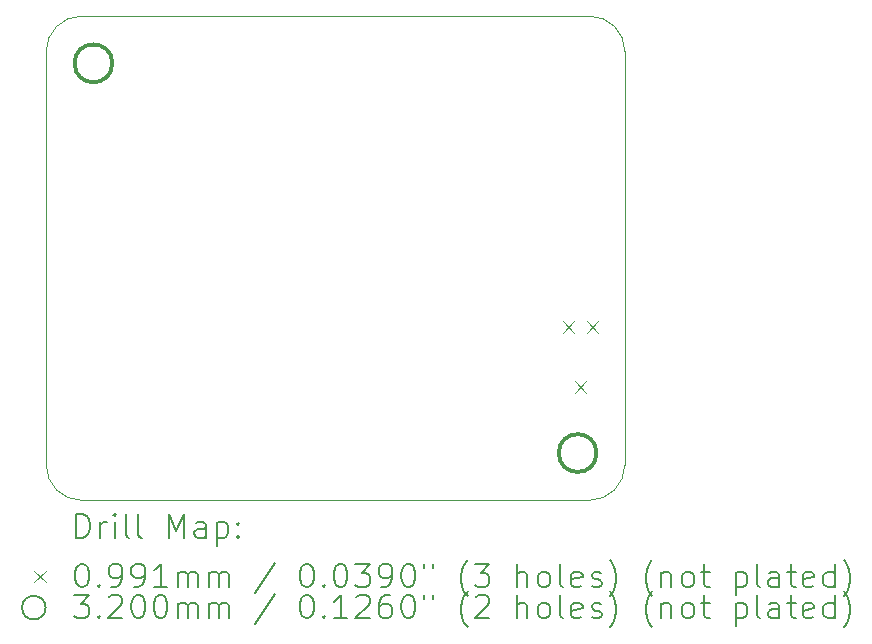
<source format=gbr>
%TF.GenerationSoftware,KiCad,Pcbnew,8.0.2*%
%TF.CreationDate,2025-01-25T00:30:23-07:00*%
%TF.ProjectId,sdm25wheel,73646d32-3577-4686-9565-6c2e6b696361,v1.1*%
%TF.SameCoordinates,Original*%
%TF.FileFunction,Drillmap*%
%TF.FilePolarity,Positive*%
%FSLAX45Y45*%
G04 Gerber Fmt 4.5, Leading zero omitted, Abs format (unit mm)*
G04 Created by KiCad (PCBNEW 8.0.2) date 2025-01-25 00:30:23*
%MOMM*%
%LPD*%
G01*
G04 APERTURE LIST*
%ADD10C,0.100000*%
%ADD11C,0.200000*%
%ADD12C,0.320000*%
G04 APERTURE END LIST*
D10*
X15400000Y-7500000D02*
X19700000Y-7500000D01*
X20000000Y-11300000D02*
G75*
G02*
X19700000Y-11600000I-300000J0D01*
G01*
X15100000Y-7800000D02*
G75*
G02*
X15400000Y-7500000I300000J0D01*
G01*
X19700000Y-7500000D02*
G75*
G02*
X20000000Y-7800000I0J-300000D01*
G01*
X20000000Y-7800000D02*
X20000000Y-11300000D01*
X15400000Y-11600000D02*
X19700000Y-11600000D01*
X15400000Y-11600000D02*
G75*
G02*
X15100000Y-11300000I0J300000D01*
G01*
X15100000Y-7800000D02*
X15100000Y-11300000D01*
D11*
D10*
X19472370Y-10083470D02*
X19571430Y-10182530D01*
X19571430Y-10083470D02*
X19472370Y-10182530D01*
X19573970Y-10591470D02*
X19673030Y-10690530D01*
X19673030Y-10591470D02*
X19573970Y-10690530D01*
X19675570Y-10083470D02*
X19774630Y-10182530D01*
X19774630Y-10083470D02*
X19675570Y-10182530D01*
D12*
X15660000Y-7900000D02*
G75*
G02*
X15340000Y-7900000I-160000J0D01*
G01*
X15340000Y-7900000D02*
G75*
G02*
X15660000Y-7900000I160000J0D01*
G01*
X19760000Y-11200000D02*
G75*
G02*
X19440000Y-11200000I-160000J0D01*
G01*
X19440000Y-11200000D02*
G75*
G02*
X19760000Y-11200000I160000J0D01*
G01*
D11*
X15355777Y-11916484D02*
X15355777Y-11716484D01*
X15355777Y-11716484D02*
X15403396Y-11716484D01*
X15403396Y-11716484D02*
X15431967Y-11726008D01*
X15431967Y-11726008D02*
X15451015Y-11745055D01*
X15451015Y-11745055D02*
X15460539Y-11764103D01*
X15460539Y-11764103D02*
X15470062Y-11802198D01*
X15470062Y-11802198D02*
X15470062Y-11830769D01*
X15470062Y-11830769D02*
X15460539Y-11868865D01*
X15460539Y-11868865D02*
X15451015Y-11887912D01*
X15451015Y-11887912D02*
X15431967Y-11906960D01*
X15431967Y-11906960D02*
X15403396Y-11916484D01*
X15403396Y-11916484D02*
X15355777Y-11916484D01*
X15555777Y-11916484D02*
X15555777Y-11783150D01*
X15555777Y-11821246D02*
X15565301Y-11802198D01*
X15565301Y-11802198D02*
X15574824Y-11792674D01*
X15574824Y-11792674D02*
X15593872Y-11783150D01*
X15593872Y-11783150D02*
X15612920Y-11783150D01*
X15679586Y-11916484D02*
X15679586Y-11783150D01*
X15679586Y-11716484D02*
X15670062Y-11726008D01*
X15670062Y-11726008D02*
X15679586Y-11735531D01*
X15679586Y-11735531D02*
X15689110Y-11726008D01*
X15689110Y-11726008D02*
X15679586Y-11716484D01*
X15679586Y-11716484D02*
X15679586Y-11735531D01*
X15803396Y-11916484D02*
X15784348Y-11906960D01*
X15784348Y-11906960D02*
X15774824Y-11887912D01*
X15774824Y-11887912D02*
X15774824Y-11716484D01*
X15908158Y-11916484D02*
X15889110Y-11906960D01*
X15889110Y-11906960D02*
X15879586Y-11887912D01*
X15879586Y-11887912D02*
X15879586Y-11716484D01*
X16136729Y-11916484D02*
X16136729Y-11716484D01*
X16136729Y-11716484D02*
X16203396Y-11859341D01*
X16203396Y-11859341D02*
X16270062Y-11716484D01*
X16270062Y-11716484D02*
X16270062Y-11916484D01*
X16451015Y-11916484D02*
X16451015Y-11811722D01*
X16451015Y-11811722D02*
X16441491Y-11792674D01*
X16441491Y-11792674D02*
X16422443Y-11783150D01*
X16422443Y-11783150D02*
X16384348Y-11783150D01*
X16384348Y-11783150D02*
X16365301Y-11792674D01*
X16451015Y-11906960D02*
X16431967Y-11916484D01*
X16431967Y-11916484D02*
X16384348Y-11916484D01*
X16384348Y-11916484D02*
X16365301Y-11906960D01*
X16365301Y-11906960D02*
X16355777Y-11887912D01*
X16355777Y-11887912D02*
X16355777Y-11868865D01*
X16355777Y-11868865D02*
X16365301Y-11849817D01*
X16365301Y-11849817D02*
X16384348Y-11840293D01*
X16384348Y-11840293D02*
X16431967Y-11840293D01*
X16431967Y-11840293D02*
X16451015Y-11830769D01*
X16546253Y-11783150D02*
X16546253Y-11983150D01*
X16546253Y-11792674D02*
X16565301Y-11783150D01*
X16565301Y-11783150D02*
X16603396Y-11783150D01*
X16603396Y-11783150D02*
X16622443Y-11792674D01*
X16622443Y-11792674D02*
X16631967Y-11802198D01*
X16631967Y-11802198D02*
X16641491Y-11821246D01*
X16641491Y-11821246D02*
X16641491Y-11878388D01*
X16641491Y-11878388D02*
X16631967Y-11897436D01*
X16631967Y-11897436D02*
X16622443Y-11906960D01*
X16622443Y-11906960D02*
X16603396Y-11916484D01*
X16603396Y-11916484D02*
X16565301Y-11916484D01*
X16565301Y-11916484D02*
X16546253Y-11906960D01*
X16727205Y-11897436D02*
X16736729Y-11906960D01*
X16736729Y-11906960D02*
X16727205Y-11916484D01*
X16727205Y-11916484D02*
X16717682Y-11906960D01*
X16717682Y-11906960D02*
X16727205Y-11897436D01*
X16727205Y-11897436D02*
X16727205Y-11916484D01*
X16727205Y-11792674D02*
X16736729Y-11802198D01*
X16736729Y-11802198D02*
X16727205Y-11811722D01*
X16727205Y-11811722D02*
X16717682Y-11802198D01*
X16717682Y-11802198D02*
X16727205Y-11792674D01*
X16727205Y-11792674D02*
X16727205Y-11811722D01*
D10*
X14995940Y-12195470D02*
X15095000Y-12294530D01*
X15095000Y-12195470D02*
X14995940Y-12294530D01*
D11*
X15393872Y-12136484D02*
X15412920Y-12136484D01*
X15412920Y-12136484D02*
X15431967Y-12146008D01*
X15431967Y-12146008D02*
X15441491Y-12155531D01*
X15441491Y-12155531D02*
X15451015Y-12174579D01*
X15451015Y-12174579D02*
X15460539Y-12212674D01*
X15460539Y-12212674D02*
X15460539Y-12260293D01*
X15460539Y-12260293D02*
X15451015Y-12298388D01*
X15451015Y-12298388D02*
X15441491Y-12317436D01*
X15441491Y-12317436D02*
X15431967Y-12326960D01*
X15431967Y-12326960D02*
X15412920Y-12336484D01*
X15412920Y-12336484D02*
X15393872Y-12336484D01*
X15393872Y-12336484D02*
X15374824Y-12326960D01*
X15374824Y-12326960D02*
X15365301Y-12317436D01*
X15365301Y-12317436D02*
X15355777Y-12298388D01*
X15355777Y-12298388D02*
X15346253Y-12260293D01*
X15346253Y-12260293D02*
X15346253Y-12212674D01*
X15346253Y-12212674D02*
X15355777Y-12174579D01*
X15355777Y-12174579D02*
X15365301Y-12155531D01*
X15365301Y-12155531D02*
X15374824Y-12146008D01*
X15374824Y-12146008D02*
X15393872Y-12136484D01*
X15546253Y-12317436D02*
X15555777Y-12326960D01*
X15555777Y-12326960D02*
X15546253Y-12336484D01*
X15546253Y-12336484D02*
X15536729Y-12326960D01*
X15536729Y-12326960D02*
X15546253Y-12317436D01*
X15546253Y-12317436D02*
X15546253Y-12336484D01*
X15651015Y-12336484D02*
X15689110Y-12336484D01*
X15689110Y-12336484D02*
X15708158Y-12326960D01*
X15708158Y-12326960D02*
X15717682Y-12317436D01*
X15717682Y-12317436D02*
X15736729Y-12288865D01*
X15736729Y-12288865D02*
X15746253Y-12250769D01*
X15746253Y-12250769D02*
X15746253Y-12174579D01*
X15746253Y-12174579D02*
X15736729Y-12155531D01*
X15736729Y-12155531D02*
X15727205Y-12146008D01*
X15727205Y-12146008D02*
X15708158Y-12136484D01*
X15708158Y-12136484D02*
X15670062Y-12136484D01*
X15670062Y-12136484D02*
X15651015Y-12146008D01*
X15651015Y-12146008D02*
X15641491Y-12155531D01*
X15641491Y-12155531D02*
X15631967Y-12174579D01*
X15631967Y-12174579D02*
X15631967Y-12222198D01*
X15631967Y-12222198D02*
X15641491Y-12241246D01*
X15641491Y-12241246D02*
X15651015Y-12250769D01*
X15651015Y-12250769D02*
X15670062Y-12260293D01*
X15670062Y-12260293D02*
X15708158Y-12260293D01*
X15708158Y-12260293D02*
X15727205Y-12250769D01*
X15727205Y-12250769D02*
X15736729Y-12241246D01*
X15736729Y-12241246D02*
X15746253Y-12222198D01*
X15841491Y-12336484D02*
X15879586Y-12336484D01*
X15879586Y-12336484D02*
X15898634Y-12326960D01*
X15898634Y-12326960D02*
X15908158Y-12317436D01*
X15908158Y-12317436D02*
X15927205Y-12288865D01*
X15927205Y-12288865D02*
X15936729Y-12250769D01*
X15936729Y-12250769D02*
X15936729Y-12174579D01*
X15936729Y-12174579D02*
X15927205Y-12155531D01*
X15927205Y-12155531D02*
X15917682Y-12146008D01*
X15917682Y-12146008D02*
X15898634Y-12136484D01*
X15898634Y-12136484D02*
X15860539Y-12136484D01*
X15860539Y-12136484D02*
X15841491Y-12146008D01*
X15841491Y-12146008D02*
X15831967Y-12155531D01*
X15831967Y-12155531D02*
X15822443Y-12174579D01*
X15822443Y-12174579D02*
X15822443Y-12222198D01*
X15822443Y-12222198D02*
X15831967Y-12241246D01*
X15831967Y-12241246D02*
X15841491Y-12250769D01*
X15841491Y-12250769D02*
X15860539Y-12260293D01*
X15860539Y-12260293D02*
X15898634Y-12260293D01*
X15898634Y-12260293D02*
X15917682Y-12250769D01*
X15917682Y-12250769D02*
X15927205Y-12241246D01*
X15927205Y-12241246D02*
X15936729Y-12222198D01*
X16127205Y-12336484D02*
X16012920Y-12336484D01*
X16070062Y-12336484D02*
X16070062Y-12136484D01*
X16070062Y-12136484D02*
X16051015Y-12165055D01*
X16051015Y-12165055D02*
X16031967Y-12184103D01*
X16031967Y-12184103D02*
X16012920Y-12193627D01*
X16212920Y-12336484D02*
X16212920Y-12203150D01*
X16212920Y-12222198D02*
X16222443Y-12212674D01*
X16222443Y-12212674D02*
X16241491Y-12203150D01*
X16241491Y-12203150D02*
X16270063Y-12203150D01*
X16270063Y-12203150D02*
X16289110Y-12212674D01*
X16289110Y-12212674D02*
X16298634Y-12231722D01*
X16298634Y-12231722D02*
X16298634Y-12336484D01*
X16298634Y-12231722D02*
X16308158Y-12212674D01*
X16308158Y-12212674D02*
X16327205Y-12203150D01*
X16327205Y-12203150D02*
X16355777Y-12203150D01*
X16355777Y-12203150D02*
X16374824Y-12212674D01*
X16374824Y-12212674D02*
X16384348Y-12231722D01*
X16384348Y-12231722D02*
X16384348Y-12336484D01*
X16479586Y-12336484D02*
X16479586Y-12203150D01*
X16479586Y-12222198D02*
X16489110Y-12212674D01*
X16489110Y-12212674D02*
X16508158Y-12203150D01*
X16508158Y-12203150D02*
X16536729Y-12203150D01*
X16536729Y-12203150D02*
X16555777Y-12212674D01*
X16555777Y-12212674D02*
X16565301Y-12231722D01*
X16565301Y-12231722D02*
X16565301Y-12336484D01*
X16565301Y-12231722D02*
X16574824Y-12212674D01*
X16574824Y-12212674D02*
X16593872Y-12203150D01*
X16593872Y-12203150D02*
X16622443Y-12203150D01*
X16622443Y-12203150D02*
X16641491Y-12212674D01*
X16641491Y-12212674D02*
X16651015Y-12231722D01*
X16651015Y-12231722D02*
X16651015Y-12336484D01*
X17041491Y-12126960D02*
X16870063Y-12384103D01*
X17298634Y-12136484D02*
X17317682Y-12136484D01*
X17317682Y-12136484D02*
X17336729Y-12146008D01*
X17336729Y-12146008D02*
X17346253Y-12155531D01*
X17346253Y-12155531D02*
X17355777Y-12174579D01*
X17355777Y-12174579D02*
X17365301Y-12212674D01*
X17365301Y-12212674D02*
X17365301Y-12260293D01*
X17365301Y-12260293D02*
X17355777Y-12298388D01*
X17355777Y-12298388D02*
X17346253Y-12317436D01*
X17346253Y-12317436D02*
X17336729Y-12326960D01*
X17336729Y-12326960D02*
X17317682Y-12336484D01*
X17317682Y-12336484D02*
X17298634Y-12336484D01*
X17298634Y-12336484D02*
X17279587Y-12326960D01*
X17279587Y-12326960D02*
X17270063Y-12317436D01*
X17270063Y-12317436D02*
X17260539Y-12298388D01*
X17260539Y-12298388D02*
X17251015Y-12260293D01*
X17251015Y-12260293D02*
X17251015Y-12212674D01*
X17251015Y-12212674D02*
X17260539Y-12174579D01*
X17260539Y-12174579D02*
X17270063Y-12155531D01*
X17270063Y-12155531D02*
X17279587Y-12146008D01*
X17279587Y-12146008D02*
X17298634Y-12136484D01*
X17451015Y-12317436D02*
X17460539Y-12326960D01*
X17460539Y-12326960D02*
X17451015Y-12336484D01*
X17451015Y-12336484D02*
X17441491Y-12326960D01*
X17441491Y-12326960D02*
X17451015Y-12317436D01*
X17451015Y-12317436D02*
X17451015Y-12336484D01*
X17584348Y-12136484D02*
X17603396Y-12136484D01*
X17603396Y-12136484D02*
X17622444Y-12146008D01*
X17622444Y-12146008D02*
X17631968Y-12155531D01*
X17631968Y-12155531D02*
X17641491Y-12174579D01*
X17641491Y-12174579D02*
X17651015Y-12212674D01*
X17651015Y-12212674D02*
X17651015Y-12260293D01*
X17651015Y-12260293D02*
X17641491Y-12298388D01*
X17641491Y-12298388D02*
X17631968Y-12317436D01*
X17631968Y-12317436D02*
X17622444Y-12326960D01*
X17622444Y-12326960D02*
X17603396Y-12336484D01*
X17603396Y-12336484D02*
X17584348Y-12336484D01*
X17584348Y-12336484D02*
X17565301Y-12326960D01*
X17565301Y-12326960D02*
X17555777Y-12317436D01*
X17555777Y-12317436D02*
X17546253Y-12298388D01*
X17546253Y-12298388D02*
X17536729Y-12260293D01*
X17536729Y-12260293D02*
X17536729Y-12212674D01*
X17536729Y-12212674D02*
X17546253Y-12174579D01*
X17546253Y-12174579D02*
X17555777Y-12155531D01*
X17555777Y-12155531D02*
X17565301Y-12146008D01*
X17565301Y-12146008D02*
X17584348Y-12136484D01*
X17717682Y-12136484D02*
X17841491Y-12136484D01*
X17841491Y-12136484D02*
X17774825Y-12212674D01*
X17774825Y-12212674D02*
X17803396Y-12212674D01*
X17803396Y-12212674D02*
X17822444Y-12222198D01*
X17822444Y-12222198D02*
X17831968Y-12231722D01*
X17831968Y-12231722D02*
X17841491Y-12250769D01*
X17841491Y-12250769D02*
X17841491Y-12298388D01*
X17841491Y-12298388D02*
X17831968Y-12317436D01*
X17831968Y-12317436D02*
X17822444Y-12326960D01*
X17822444Y-12326960D02*
X17803396Y-12336484D01*
X17803396Y-12336484D02*
X17746253Y-12336484D01*
X17746253Y-12336484D02*
X17727206Y-12326960D01*
X17727206Y-12326960D02*
X17717682Y-12317436D01*
X17936729Y-12336484D02*
X17974825Y-12336484D01*
X17974825Y-12336484D02*
X17993872Y-12326960D01*
X17993872Y-12326960D02*
X18003396Y-12317436D01*
X18003396Y-12317436D02*
X18022444Y-12288865D01*
X18022444Y-12288865D02*
X18031968Y-12250769D01*
X18031968Y-12250769D02*
X18031968Y-12174579D01*
X18031968Y-12174579D02*
X18022444Y-12155531D01*
X18022444Y-12155531D02*
X18012920Y-12146008D01*
X18012920Y-12146008D02*
X17993872Y-12136484D01*
X17993872Y-12136484D02*
X17955777Y-12136484D01*
X17955777Y-12136484D02*
X17936729Y-12146008D01*
X17936729Y-12146008D02*
X17927206Y-12155531D01*
X17927206Y-12155531D02*
X17917682Y-12174579D01*
X17917682Y-12174579D02*
X17917682Y-12222198D01*
X17917682Y-12222198D02*
X17927206Y-12241246D01*
X17927206Y-12241246D02*
X17936729Y-12250769D01*
X17936729Y-12250769D02*
X17955777Y-12260293D01*
X17955777Y-12260293D02*
X17993872Y-12260293D01*
X17993872Y-12260293D02*
X18012920Y-12250769D01*
X18012920Y-12250769D02*
X18022444Y-12241246D01*
X18022444Y-12241246D02*
X18031968Y-12222198D01*
X18155777Y-12136484D02*
X18174825Y-12136484D01*
X18174825Y-12136484D02*
X18193872Y-12146008D01*
X18193872Y-12146008D02*
X18203396Y-12155531D01*
X18203396Y-12155531D02*
X18212920Y-12174579D01*
X18212920Y-12174579D02*
X18222444Y-12212674D01*
X18222444Y-12212674D02*
X18222444Y-12260293D01*
X18222444Y-12260293D02*
X18212920Y-12298388D01*
X18212920Y-12298388D02*
X18203396Y-12317436D01*
X18203396Y-12317436D02*
X18193872Y-12326960D01*
X18193872Y-12326960D02*
X18174825Y-12336484D01*
X18174825Y-12336484D02*
X18155777Y-12336484D01*
X18155777Y-12336484D02*
X18136729Y-12326960D01*
X18136729Y-12326960D02*
X18127206Y-12317436D01*
X18127206Y-12317436D02*
X18117682Y-12298388D01*
X18117682Y-12298388D02*
X18108158Y-12260293D01*
X18108158Y-12260293D02*
X18108158Y-12212674D01*
X18108158Y-12212674D02*
X18117682Y-12174579D01*
X18117682Y-12174579D02*
X18127206Y-12155531D01*
X18127206Y-12155531D02*
X18136729Y-12146008D01*
X18136729Y-12146008D02*
X18155777Y-12136484D01*
X18298634Y-12136484D02*
X18298634Y-12174579D01*
X18374825Y-12136484D02*
X18374825Y-12174579D01*
X18670063Y-12412674D02*
X18660539Y-12403150D01*
X18660539Y-12403150D02*
X18641491Y-12374579D01*
X18641491Y-12374579D02*
X18631968Y-12355531D01*
X18631968Y-12355531D02*
X18622444Y-12326960D01*
X18622444Y-12326960D02*
X18612920Y-12279341D01*
X18612920Y-12279341D02*
X18612920Y-12241246D01*
X18612920Y-12241246D02*
X18622444Y-12193627D01*
X18622444Y-12193627D02*
X18631968Y-12165055D01*
X18631968Y-12165055D02*
X18641491Y-12146008D01*
X18641491Y-12146008D02*
X18660539Y-12117436D01*
X18660539Y-12117436D02*
X18670063Y-12107912D01*
X18727206Y-12136484D02*
X18851015Y-12136484D01*
X18851015Y-12136484D02*
X18784349Y-12212674D01*
X18784349Y-12212674D02*
X18812920Y-12212674D01*
X18812920Y-12212674D02*
X18831968Y-12222198D01*
X18831968Y-12222198D02*
X18841491Y-12231722D01*
X18841491Y-12231722D02*
X18851015Y-12250769D01*
X18851015Y-12250769D02*
X18851015Y-12298388D01*
X18851015Y-12298388D02*
X18841491Y-12317436D01*
X18841491Y-12317436D02*
X18831968Y-12326960D01*
X18831968Y-12326960D02*
X18812920Y-12336484D01*
X18812920Y-12336484D02*
X18755777Y-12336484D01*
X18755777Y-12336484D02*
X18736730Y-12326960D01*
X18736730Y-12326960D02*
X18727206Y-12317436D01*
X19089111Y-12336484D02*
X19089111Y-12136484D01*
X19174825Y-12336484D02*
X19174825Y-12231722D01*
X19174825Y-12231722D02*
X19165301Y-12212674D01*
X19165301Y-12212674D02*
X19146253Y-12203150D01*
X19146253Y-12203150D02*
X19117682Y-12203150D01*
X19117682Y-12203150D02*
X19098634Y-12212674D01*
X19098634Y-12212674D02*
X19089111Y-12222198D01*
X19298634Y-12336484D02*
X19279587Y-12326960D01*
X19279587Y-12326960D02*
X19270063Y-12317436D01*
X19270063Y-12317436D02*
X19260539Y-12298388D01*
X19260539Y-12298388D02*
X19260539Y-12241246D01*
X19260539Y-12241246D02*
X19270063Y-12222198D01*
X19270063Y-12222198D02*
X19279587Y-12212674D01*
X19279587Y-12212674D02*
X19298634Y-12203150D01*
X19298634Y-12203150D02*
X19327206Y-12203150D01*
X19327206Y-12203150D02*
X19346253Y-12212674D01*
X19346253Y-12212674D02*
X19355777Y-12222198D01*
X19355777Y-12222198D02*
X19365301Y-12241246D01*
X19365301Y-12241246D02*
X19365301Y-12298388D01*
X19365301Y-12298388D02*
X19355777Y-12317436D01*
X19355777Y-12317436D02*
X19346253Y-12326960D01*
X19346253Y-12326960D02*
X19327206Y-12336484D01*
X19327206Y-12336484D02*
X19298634Y-12336484D01*
X19479587Y-12336484D02*
X19460539Y-12326960D01*
X19460539Y-12326960D02*
X19451015Y-12307912D01*
X19451015Y-12307912D02*
X19451015Y-12136484D01*
X19631968Y-12326960D02*
X19612920Y-12336484D01*
X19612920Y-12336484D02*
X19574825Y-12336484D01*
X19574825Y-12336484D02*
X19555777Y-12326960D01*
X19555777Y-12326960D02*
X19546253Y-12307912D01*
X19546253Y-12307912D02*
X19546253Y-12231722D01*
X19546253Y-12231722D02*
X19555777Y-12212674D01*
X19555777Y-12212674D02*
X19574825Y-12203150D01*
X19574825Y-12203150D02*
X19612920Y-12203150D01*
X19612920Y-12203150D02*
X19631968Y-12212674D01*
X19631968Y-12212674D02*
X19641492Y-12231722D01*
X19641492Y-12231722D02*
X19641492Y-12250769D01*
X19641492Y-12250769D02*
X19546253Y-12269817D01*
X19717682Y-12326960D02*
X19736730Y-12336484D01*
X19736730Y-12336484D02*
X19774825Y-12336484D01*
X19774825Y-12336484D02*
X19793873Y-12326960D01*
X19793873Y-12326960D02*
X19803396Y-12307912D01*
X19803396Y-12307912D02*
X19803396Y-12298388D01*
X19803396Y-12298388D02*
X19793873Y-12279341D01*
X19793873Y-12279341D02*
X19774825Y-12269817D01*
X19774825Y-12269817D02*
X19746253Y-12269817D01*
X19746253Y-12269817D02*
X19727206Y-12260293D01*
X19727206Y-12260293D02*
X19717682Y-12241246D01*
X19717682Y-12241246D02*
X19717682Y-12231722D01*
X19717682Y-12231722D02*
X19727206Y-12212674D01*
X19727206Y-12212674D02*
X19746253Y-12203150D01*
X19746253Y-12203150D02*
X19774825Y-12203150D01*
X19774825Y-12203150D02*
X19793873Y-12212674D01*
X19870063Y-12412674D02*
X19879587Y-12403150D01*
X19879587Y-12403150D02*
X19898634Y-12374579D01*
X19898634Y-12374579D02*
X19908158Y-12355531D01*
X19908158Y-12355531D02*
X19917682Y-12326960D01*
X19917682Y-12326960D02*
X19927206Y-12279341D01*
X19927206Y-12279341D02*
X19927206Y-12241246D01*
X19927206Y-12241246D02*
X19917682Y-12193627D01*
X19917682Y-12193627D02*
X19908158Y-12165055D01*
X19908158Y-12165055D02*
X19898634Y-12146008D01*
X19898634Y-12146008D02*
X19879587Y-12117436D01*
X19879587Y-12117436D02*
X19870063Y-12107912D01*
X20231968Y-12412674D02*
X20222444Y-12403150D01*
X20222444Y-12403150D02*
X20203396Y-12374579D01*
X20203396Y-12374579D02*
X20193873Y-12355531D01*
X20193873Y-12355531D02*
X20184349Y-12326960D01*
X20184349Y-12326960D02*
X20174825Y-12279341D01*
X20174825Y-12279341D02*
X20174825Y-12241246D01*
X20174825Y-12241246D02*
X20184349Y-12193627D01*
X20184349Y-12193627D02*
X20193873Y-12165055D01*
X20193873Y-12165055D02*
X20203396Y-12146008D01*
X20203396Y-12146008D02*
X20222444Y-12117436D01*
X20222444Y-12117436D02*
X20231968Y-12107912D01*
X20308158Y-12203150D02*
X20308158Y-12336484D01*
X20308158Y-12222198D02*
X20317682Y-12212674D01*
X20317682Y-12212674D02*
X20336730Y-12203150D01*
X20336730Y-12203150D02*
X20365301Y-12203150D01*
X20365301Y-12203150D02*
X20384349Y-12212674D01*
X20384349Y-12212674D02*
X20393873Y-12231722D01*
X20393873Y-12231722D02*
X20393873Y-12336484D01*
X20517682Y-12336484D02*
X20498634Y-12326960D01*
X20498634Y-12326960D02*
X20489111Y-12317436D01*
X20489111Y-12317436D02*
X20479587Y-12298388D01*
X20479587Y-12298388D02*
X20479587Y-12241246D01*
X20479587Y-12241246D02*
X20489111Y-12222198D01*
X20489111Y-12222198D02*
X20498634Y-12212674D01*
X20498634Y-12212674D02*
X20517682Y-12203150D01*
X20517682Y-12203150D02*
X20546254Y-12203150D01*
X20546254Y-12203150D02*
X20565301Y-12212674D01*
X20565301Y-12212674D02*
X20574825Y-12222198D01*
X20574825Y-12222198D02*
X20584349Y-12241246D01*
X20584349Y-12241246D02*
X20584349Y-12298388D01*
X20584349Y-12298388D02*
X20574825Y-12317436D01*
X20574825Y-12317436D02*
X20565301Y-12326960D01*
X20565301Y-12326960D02*
X20546254Y-12336484D01*
X20546254Y-12336484D02*
X20517682Y-12336484D01*
X20641492Y-12203150D02*
X20717682Y-12203150D01*
X20670063Y-12136484D02*
X20670063Y-12307912D01*
X20670063Y-12307912D02*
X20679587Y-12326960D01*
X20679587Y-12326960D02*
X20698634Y-12336484D01*
X20698634Y-12336484D02*
X20717682Y-12336484D01*
X20936730Y-12203150D02*
X20936730Y-12403150D01*
X20936730Y-12212674D02*
X20955777Y-12203150D01*
X20955777Y-12203150D02*
X20993873Y-12203150D01*
X20993873Y-12203150D02*
X21012920Y-12212674D01*
X21012920Y-12212674D02*
X21022444Y-12222198D01*
X21022444Y-12222198D02*
X21031968Y-12241246D01*
X21031968Y-12241246D02*
X21031968Y-12298388D01*
X21031968Y-12298388D02*
X21022444Y-12317436D01*
X21022444Y-12317436D02*
X21012920Y-12326960D01*
X21012920Y-12326960D02*
X20993873Y-12336484D01*
X20993873Y-12336484D02*
X20955777Y-12336484D01*
X20955777Y-12336484D02*
X20936730Y-12326960D01*
X21146254Y-12336484D02*
X21127206Y-12326960D01*
X21127206Y-12326960D02*
X21117682Y-12307912D01*
X21117682Y-12307912D02*
X21117682Y-12136484D01*
X21308158Y-12336484D02*
X21308158Y-12231722D01*
X21308158Y-12231722D02*
X21298635Y-12212674D01*
X21298635Y-12212674D02*
X21279587Y-12203150D01*
X21279587Y-12203150D02*
X21241492Y-12203150D01*
X21241492Y-12203150D02*
X21222444Y-12212674D01*
X21308158Y-12326960D02*
X21289111Y-12336484D01*
X21289111Y-12336484D02*
X21241492Y-12336484D01*
X21241492Y-12336484D02*
X21222444Y-12326960D01*
X21222444Y-12326960D02*
X21212920Y-12307912D01*
X21212920Y-12307912D02*
X21212920Y-12288865D01*
X21212920Y-12288865D02*
X21222444Y-12269817D01*
X21222444Y-12269817D02*
X21241492Y-12260293D01*
X21241492Y-12260293D02*
X21289111Y-12260293D01*
X21289111Y-12260293D02*
X21308158Y-12250769D01*
X21374825Y-12203150D02*
X21451015Y-12203150D01*
X21403396Y-12136484D02*
X21403396Y-12307912D01*
X21403396Y-12307912D02*
X21412920Y-12326960D01*
X21412920Y-12326960D02*
X21431968Y-12336484D01*
X21431968Y-12336484D02*
X21451015Y-12336484D01*
X21593873Y-12326960D02*
X21574825Y-12336484D01*
X21574825Y-12336484D02*
X21536730Y-12336484D01*
X21536730Y-12336484D02*
X21517682Y-12326960D01*
X21517682Y-12326960D02*
X21508158Y-12307912D01*
X21508158Y-12307912D02*
X21508158Y-12231722D01*
X21508158Y-12231722D02*
X21517682Y-12212674D01*
X21517682Y-12212674D02*
X21536730Y-12203150D01*
X21536730Y-12203150D02*
X21574825Y-12203150D01*
X21574825Y-12203150D02*
X21593873Y-12212674D01*
X21593873Y-12212674D02*
X21603396Y-12231722D01*
X21603396Y-12231722D02*
X21603396Y-12250769D01*
X21603396Y-12250769D02*
X21508158Y-12269817D01*
X21774825Y-12336484D02*
X21774825Y-12136484D01*
X21774825Y-12326960D02*
X21755777Y-12336484D01*
X21755777Y-12336484D02*
X21717682Y-12336484D01*
X21717682Y-12336484D02*
X21698635Y-12326960D01*
X21698635Y-12326960D02*
X21689111Y-12317436D01*
X21689111Y-12317436D02*
X21679587Y-12298388D01*
X21679587Y-12298388D02*
X21679587Y-12241246D01*
X21679587Y-12241246D02*
X21689111Y-12222198D01*
X21689111Y-12222198D02*
X21698635Y-12212674D01*
X21698635Y-12212674D02*
X21717682Y-12203150D01*
X21717682Y-12203150D02*
X21755777Y-12203150D01*
X21755777Y-12203150D02*
X21774825Y-12212674D01*
X21851016Y-12412674D02*
X21860539Y-12403150D01*
X21860539Y-12403150D02*
X21879587Y-12374579D01*
X21879587Y-12374579D02*
X21889111Y-12355531D01*
X21889111Y-12355531D02*
X21898635Y-12326960D01*
X21898635Y-12326960D02*
X21908158Y-12279341D01*
X21908158Y-12279341D02*
X21908158Y-12241246D01*
X21908158Y-12241246D02*
X21898635Y-12193627D01*
X21898635Y-12193627D02*
X21889111Y-12165055D01*
X21889111Y-12165055D02*
X21879587Y-12146008D01*
X21879587Y-12146008D02*
X21860539Y-12117436D01*
X21860539Y-12117436D02*
X21851016Y-12107912D01*
X15095000Y-12509000D02*
G75*
G02*
X14895000Y-12509000I-100000J0D01*
G01*
X14895000Y-12509000D02*
G75*
G02*
X15095000Y-12509000I100000J0D01*
G01*
X15336729Y-12400484D02*
X15460539Y-12400484D01*
X15460539Y-12400484D02*
X15393872Y-12476674D01*
X15393872Y-12476674D02*
X15422443Y-12476674D01*
X15422443Y-12476674D02*
X15441491Y-12486198D01*
X15441491Y-12486198D02*
X15451015Y-12495722D01*
X15451015Y-12495722D02*
X15460539Y-12514769D01*
X15460539Y-12514769D02*
X15460539Y-12562388D01*
X15460539Y-12562388D02*
X15451015Y-12581436D01*
X15451015Y-12581436D02*
X15441491Y-12590960D01*
X15441491Y-12590960D02*
X15422443Y-12600484D01*
X15422443Y-12600484D02*
X15365301Y-12600484D01*
X15365301Y-12600484D02*
X15346253Y-12590960D01*
X15346253Y-12590960D02*
X15336729Y-12581436D01*
X15546253Y-12581436D02*
X15555777Y-12590960D01*
X15555777Y-12590960D02*
X15546253Y-12600484D01*
X15546253Y-12600484D02*
X15536729Y-12590960D01*
X15536729Y-12590960D02*
X15546253Y-12581436D01*
X15546253Y-12581436D02*
X15546253Y-12600484D01*
X15631967Y-12419531D02*
X15641491Y-12410008D01*
X15641491Y-12410008D02*
X15660539Y-12400484D01*
X15660539Y-12400484D02*
X15708158Y-12400484D01*
X15708158Y-12400484D02*
X15727205Y-12410008D01*
X15727205Y-12410008D02*
X15736729Y-12419531D01*
X15736729Y-12419531D02*
X15746253Y-12438579D01*
X15746253Y-12438579D02*
X15746253Y-12457627D01*
X15746253Y-12457627D02*
X15736729Y-12486198D01*
X15736729Y-12486198D02*
X15622443Y-12600484D01*
X15622443Y-12600484D02*
X15746253Y-12600484D01*
X15870062Y-12400484D02*
X15889110Y-12400484D01*
X15889110Y-12400484D02*
X15908158Y-12410008D01*
X15908158Y-12410008D02*
X15917682Y-12419531D01*
X15917682Y-12419531D02*
X15927205Y-12438579D01*
X15927205Y-12438579D02*
X15936729Y-12476674D01*
X15936729Y-12476674D02*
X15936729Y-12524293D01*
X15936729Y-12524293D02*
X15927205Y-12562388D01*
X15927205Y-12562388D02*
X15917682Y-12581436D01*
X15917682Y-12581436D02*
X15908158Y-12590960D01*
X15908158Y-12590960D02*
X15889110Y-12600484D01*
X15889110Y-12600484D02*
X15870062Y-12600484D01*
X15870062Y-12600484D02*
X15851015Y-12590960D01*
X15851015Y-12590960D02*
X15841491Y-12581436D01*
X15841491Y-12581436D02*
X15831967Y-12562388D01*
X15831967Y-12562388D02*
X15822443Y-12524293D01*
X15822443Y-12524293D02*
X15822443Y-12476674D01*
X15822443Y-12476674D02*
X15831967Y-12438579D01*
X15831967Y-12438579D02*
X15841491Y-12419531D01*
X15841491Y-12419531D02*
X15851015Y-12410008D01*
X15851015Y-12410008D02*
X15870062Y-12400484D01*
X16060539Y-12400484D02*
X16079586Y-12400484D01*
X16079586Y-12400484D02*
X16098634Y-12410008D01*
X16098634Y-12410008D02*
X16108158Y-12419531D01*
X16108158Y-12419531D02*
X16117682Y-12438579D01*
X16117682Y-12438579D02*
X16127205Y-12476674D01*
X16127205Y-12476674D02*
X16127205Y-12524293D01*
X16127205Y-12524293D02*
X16117682Y-12562388D01*
X16117682Y-12562388D02*
X16108158Y-12581436D01*
X16108158Y-12581436D02*
X16098634Y-12590960D01*
X16098634Y-12590960D02*
X16079586Y-12600484D01*
X16079586Y-12600484D02*
X16060539Y-12600484D01*
X16060539Y-12600484D02*
X16041491Y-12590960D01*
X16041491Y-12590960D02*
X16031967Y-12581436D01*
X16031967Y-12581436D02*
X16022443Y-12562388D01*
X16022443Y-12562388D02*
X16012920Y-12524293D01*
X16012920Y-12524293D02*
X16012920Y-12476674D01*
X16012920Y-12476674D02*
X16022443Y-12438579D01*
X16022443Y-12438579D02*
X16031967Y-12419531D01*
X16031967Y-12419531D02*
X16041491Y-12410008D01*
X16041491Y-12410008D02*
X16060539Y-12400484D01*
X16212920Y-12600484D02*
X16212920Y-12467150D01*
X16212920Y-12486198D02*
X16222443Y-12476674D01*
X16222443Y-12476674D02*
X16241491Y-12467150D01*
X16241491Y-12467150D02*
X16270063Y-12467150D01*
X16270063Y-12467150D02*
X16289110Y-12476674D01*
X16289110Y-12476674D02*
X16298634Y-12495722D01*
X16298634Y-12495722D02*
X16298634Y-12600484D01*
X16298634Y-12495722D02*
X16308158Y-12476674D01*
X16308158Y-12476674D02*
X16327205Y-12467150D01*
X16327205Y-12467150D02*
X16355777Y-12467150D01*
X16355777Y-12467150D02*
X16374824Y-12476674D01*
X16374824Y-12476674D02*
X16384348Y-12495722D01*
X16384348Y-12495722D02*
X16384348Y-12600484D01*
X16479586Y-12600484D02*
X16479586Y-12467150D01*
X16479586Y-12486198D02*
X16489110Y-12476674D01*
X16489110Y-12476674D02*
X16508158Y-12467150D01*
X16508158Y-12467150D02*
X16536729Y-12467150D01*
X16536729Y-12467150D02*
X16555777Y-12476674D01*
X16555777Y-12476674D02*
X16565301Y-12495722D01*
X16565301Y-12495722D02*
X16565301Y-12600484D01*
X16565301Y-12495722D02*
X16574824Y-12476674D01*
X16574824Y-12476674D02*
X16593872Y-12467150D01*
X16593872Y-12467150D02*
X16622443Y-12467150D01*
X16622443Y-12467150D02*
X16641491Y-12476674D01*
X16641491Y-12476674D02*
X16651015Y-12495722D01*
X16651015Y-12495722D02*
X16651015Y-12600484D01*
X17041491Y-12390960D02*
X16870063Y-12648103D01*
X17298634Y-12400484D02*
X17317682Y-12400484D01*
X17317682Y-12400484D02*
X17336729Y-12410008D01*
X17336729Y-12410008D02*
X17346253Y-12419531D01*
X17346253Y-12419531D02*
X17355777Y-12438579D01*
X17355777Y-12438579D02*
X17365301Y-12476674D01*
X17365301Y-12476674D02*
X17365301Y-12524293D01*
X17365301Y-12524293D02*
X17355777Y-12562388D01*
X17355777Y-12562388D02*
X17346253Y-12581436D01*
X17346253Y-12581436D02*
X17336729Y-12590960D01*
X17336729Y-12590960D02*
X17317682Y-12600484D01*
X17317682Y-12600484D02*
X17298634Y-12600484D01*
X17298634Y-12600484D02*
X17279587Y-12590960D01*
X17279587Y-12590960D02*
X17270063Y-12581436D01*
X17270063Y-12581436D02*
X17260539Y-12562388D01*
X17260539Y-12562388D02*
X17251015Y-12524293D01*
X17251015Y-12524293D02*
X17251015Y-12476674D01*
X17251015Y-12476674D02*
X17260539Y-12438579D01*
X17260539Y-12438579D02*
X17270063Y-12419531D01*
X17270063Y-12419531D02*
X17279587Y-12410008D01*
X17279587Y-12410008D02*
X17298634Y-12400484D01*
X17451015Y-12581436D02*
X17460539Y-12590960D01*
X17460539Y-12590960D02*
X17451015Y-12600484D01*
X17451015Y-12600484D02*
X17441491Y-12590960D01*
X17441491Y-12590960D02*
X17451015Y-12581436D01*
X17451015Y-12581436D02*
X17451015Y-12600484D01*
X17651015Y-12600484D02*
X17536729Y-12600484D01*
X17593872Y-12600484D02*
X17593872Y-12400484D01*
X17593872Y-12400484D02*
X17574825Y-12429055D01*
X17574825Y-12429055D02*
X17555777Y-12448103D01*
X17555777Y-12448103D02*
X17536729Y-12457627D01*
X17727206Y-12419531D02*
X17736729Y-12410008D01*
X17736729Y-12410008D02*
X17755777Y-12400484D01*
X17755777Y-12400484D02*
X17803396Y-12400484D01*
X17803396Y-12400484D02*
X17822444Y-12410008D01*
X17822444Y-12410008D02*
X17831968Y-12419531D01*
X17831968Y-12419531D02*
X17841491Y-12438579D01*
X17841491Y-12438579D02*
X17841491Y-12457627D01*
X17841491Y-12457627D02*
X17831968Y-12486198D01*
X17831968Y-12486198D02*
X17717682Y-12600484D01*
X17717682Y-12600484D02*
X17841491Y-12600484D01*
X18012920Y-12400484D02*
X17974825Y-12400484D01*
X17974825Y-12400484D02*
X17955777Y-12410008D01*
X17955777Y-12410008D02*
X17946253Y-12419531D01*
X17946253Y-12419531D02*
X17927206Y-12448103D01*
X17927206Y-12448103D02*
X17917682Y-12486198D01*
X17917682Y-12486198D02*
X17917682Y-12562388D01*
X17917682Y-12562388D02*
X17927206Y-12581436D01*
X17927206Y-12581436D02*
X17936729Y-12590960D01*
X17936729Y-12590960D02*
X17955777Y-12600484D01*
X17955777Y-12600484D02*
X17993872Y-12600484D01*
X17993872Y-12600484D02*
X18012920Y-12590960D01*
X18012920Y-12590960D02*
X18022444Y-12581436D01*
X18022444Y-12581436D02*
X18031968Y-12562388D01*
X18031968Y-12562388D02*
X18031968Y-12514769D01*
X18031968Y-12514769D02*
X18022444Y-12495722D01*
X18022444Y-12495722D02*
X18012920Y-12486198D01*
X18012920Y-12486198D02*
X17993872Y-12476674D01*
X17993872Y-12476674D02*
X17955777Y-12476674D01*
X17955777Y-12476674D02*
X17936729Y-12486198D01*
X17936729Y-12486198D02*
X17927206Y-12495722D01*
X17927206Y-12495722D02*
X17917682Y-12514769D01*
X18155777Y-12400484D02*
X18174825Y-12400484D01*
X18174825Y-12400484D02*
X18193872Y-12410008D01*
X18193872Y-12410008D02*
X18203396Y-12419531D01*
X18203396Y-12419531D02*
X18212920Y-12438579D01*
X18212920Y-12438579D02*
X18222444Y-12476674D01*
X18222444Y-12476674D02*
X18222444Y-12524293D01*
X18222444Y-12524293D02*
X18212920Y-12562388D01*
X18212920Y-12562388D02*
X18203396Y-12581436D01*
X18203396Y-12581436D02*
X18193872Y-12590960D01*
X18193872Y-12590960D02*
X18174825Y-12600484D01*
X18174825Y-12600484D02*
X18155777Y-12600484D01*
X18155777Y-12600484D02*
X18136729Y-12590960D01*
X18136729Y-12590960D02*
X18127206Y-12581436D01*
X18127206Y-12581436D02*
X18117682Y-12562388D01*
X18117682Y-12562388D02*
X18108158Y-12524293D01*
X18108158Y-12524293D02*
X18108158Y-12476674D01*
X18108158Y-12476674D02*
X18117682Y-12438579D01*
X18117682Y-12438579D02*
X18127206Y-12419531D01*
X18127206Y-12419531D02*
X18136729Y-12410008D01*
X18136729Y-12410008D02*
X18155777Y-12400484D01*
X18298634Y-12400484D02*
X18298634Y-12438579D01*
X18374825Y-12400484D02*
X18374825Y-12438579D01*
X18670063Y-12676674D02*
X18660539Y-12667150D01*
X18660539Y-12667150D02*
X18641491Y-12638579D01*
X18641491Y-12638579D02*
X18631968Y-12619531D01*
X18631968Y-12619531D02*
X18622444Y-12590960D01*
X18622444Y-12590960D02*
X18612920Y-12543341D01*
X18612920Y-12543341D02*
X18612920Y-12505246D01*
X18612920Y-12505246D02*
X18622444Y-12457627D01*
X18622444Y-12457627D02*
X18631968Y-12429055D01*
X18631968Y-12429055D02*
X18641491Y-12410008D01*
X18641491Y-12410008D02*
X18660539Y-12381436D01*
X18660539Y-12381436D02*
X18670063Y-12371912D01*
X18736730Y-12419531D02*
X18746253Y-12410008D01*
X18746253Y-12410008D02*
X18765301Y-12400484D01*
X18765301Y-12400484D02*
X18812920Y-12400484D01*
X18812920Y-12400484D02*
X18831968Y-12410008D01*
X18831968Y-12410008D02*
X18841491Y-12419531D01*
X18841491Y-12419531D02*
X18851015Y-12438579D01*
X18851015Y-12438579D02*
X18851015Y-12457627D01*
X18851015Y-12457627D02*
X18841491Y-12486198D01*
X18841491Y-12486198D02*
X18727206Y-12600484D01*
X18727206Y-12600484D02*
X18851015Y-12600484D01*
X19089111Y-12600484D02*
X19089111Y-12400484D01*
X19174825Y-12600484D02*
X19174825Y-12495722D01*
X19174825Y-12495722D02*
X19165301Y-12476674D01*
X19165301Y-12476674D02*
X19146253Y-12467150D01*
X19146253Y-12467150D02*
X19117682Y-12467150D01*
X19117682Y-12467150D02*
X19098634Y-12476674D01*
X19098634Y-12476674D02*
X19089111Y-12486198D01*
X19298634Y-12600484D02*
X19279587Y-12590960D01*
X19279587Y-12590960D02*
X19270063Y-12581436D01*
X19270063Y-12581436D02*
X19260539Y-12562388D01*
X19260539Y-12562388D02*
X19260539Y-12505246D01*
X19260539Y-12505246D02*
X19270063Y-12486198D01*
X19270063Y-12486198D02*
X19279587Y-12476674D01*
X19279587Y-12476674D02*
X19298634Y-12467150D01*
X19298634Y-12467150D02*
X19327206Y-12467150D01*
X19327206Y-12467150D02*
X19346253Y-12476674D01*
X19346253Y-12476674D02*
X19355777Y-12486198D01*
X19355777Y-12486198D02*
X19365301Y-12505246D01*
X19365301Y-12505246D02*
X19365301Y-12562388D01*
X19365301Y-12562388D02*
X19355777Y-12581436D01*
X19355777Y-12581436D02*
X19346253Y-12590960D01*
X19346253Y-12590960D02*
X19327206Y-12600484D01*
X19327206Y-12600484D02*
X19298634Y-12600484D01*
X19479587Y-12600484D02*
X19460539Y-12590960D01*
X19460539Y-12590960D02*
X19451015Y-12571912D01*
X19451015Y-12571912D02*
X19451015Y-12400484D01*
X19631968Y-12590960D02*
X19612920Y-12600484D01*
X19612920Y-12600484D02*
X19574825Y-12600484D01*
X19574825Y-12600484D02*
X19555777Y-12590960D01*
X19555777Y-12590960D02*
X19546253Y-12571912D01*
X19546253Y-12571912D02*
X19546253Y-12495722D01*
X19546253Y-12495722D02*
X19555777Y-12476674D01*
X19555777Y-12476674D02*
X19574825Y-12467150D01*
X19574825Y-12467150D02*
X19612920Y-12467150D01*
X19612920Y-12467150D02*
X19631968Y-12476674D01*
X19631968Y-12476674D02*
X19641492Y-12495722D01*
X19641492Y-12495722D02*
X19641492Y-12514769D01*
X19641492Y-12514769D02*
X19546253Y-12533817D01*
X19717682Y-12590960D02*
X19736730Y-12600484D01*
X19736730Y-12600484D02*
X19774825Y-12600484D01*
X19774825Y-12600484D02*
X19793873Y-12590960D01*
X19793873Y-12590960D02*
X19803396Y-12571912D01*
X19803396Y-12571912D02*
X19803396Y-12562388D01*
X19803396Y-12562388D02*
X19793873Y-12543341D01*
X19793873Y-12543341D02*
X19774825Y-12533817D01*
X19774825Y-12533817D02*
X19746253Y-12533817D01*
X19746253Y-12533817D02*
X19727206Y-12524293D01*
X19727206Y-12524293D02*
X19717682Y-12505246D01*
X19717682Y-12505246D02*
X19717682Y-12495722D01*
X19717682Y-12495722D02*
X19727206Y-12476674D01*
X19727206Y-12476674D02*
X19746253Y-12467150D01*
X19746253Y-12467150D02*
X19774825Y-12467150D01*
X19774825Y-12467150D02*
X19793873Y-12476674D01*
X19870063Y-12676674D02*
X19879587Y-12667150D01*
X19879587Y-12667150D02*
X19898634Y-12638579D01*
X19898634Y-12638579D02*
X19908158Y-12619531D01*
X19908158Y-12619531D02*
X19917682Y-12590960D01*
X19917682Y-12590960D02*
X19927206Y-12543341D01*
X19927206Y-12543341D02*
X19927206Y-12505246D01*
X19927206Y-12505246D02*
X19917682Y-12457627D01*
X19917682Y-12457627D02*
X19908158Y-12429055D01*
X19908158Y-12429055D02*
X19898634Y-12410008D01*
X19898634Y-12410008D02*
X19879587Y-12381436D01*
X19879587Y-12381436D02*
X19870063Y-12371912D01*
X20231968Y-12676674D02*
X20222444Y-12667150D01*
X20222444Y-12667150D02*
X20203396Y-12638579D01*
X20203396Y-12638579D02*
X20193873Y-12619531D01*
X20193873Y-12619531D02*
X20184349Y-12590960D01*
X20184349Y-12590960D02*
X20174825Y-12543341D01*
X20174825Y-12543341D02*
X20174825Y-12505246D01*
X20174825Y-12505246D02*
X20184349Y-12457627D01*
X20184349Y-12457627D02*
X20193873Y-12429055D01*
X20193873Y-12429055D02*
X20203396Y-12410008D01*
X20203396Y-12410008D02*
X20222444Y-12381436D01*
X20222444Y-12381436D02*
X20231968Y-12371912D01*
X20308158Y-12467150D02*
X20308158Y-12600484D01*
X20308158Y-12486198D02*
X20317682Y-12476674D01*
X20317682Y-12476674D02*
X20336730Y-12467150D01*
X20336730Y-12467150D02*
X20365301Y-12467150D01*
X20365301Y-12467150D02*
X20384349Y-12476674D01*
X20384349Y-12476674D02*
X20393873Y-12495722D01*
X20393873Y-12495722D02*
X20393873Y-12600484D01*
X20517682Y-12600484D02*
X20498634Y-12590960D01*
X20498634Y-12590960D02*
X20489111Y-12581436D01*
X20489111Y-12581436D02*
X20479587Y-12562388D01*
X20479587Y-12562388D02*
X20479587Y-12505246D01*
X20479587Y-12505246D02*
X20489111Y-12486198D01*
X20489111Y-12486198D02*
X20498634Y-12476674D01*
X20498634Y-12476674D02*
X20517682Y-12467150D01*
X20517682Y-12467150D02*
X20546254Y-12467150D01*
X20546254Y-12467150D02*
X20565301Y-12476674D01*
X20565301Y-12476674D02*
X20574825Y-12486198D01*
X20574825Y-12486198D02*
X20584349Y-12505246D01*
X20584349Y-12505246D02*
X20584349Y-12562388D01*
X20584349Y-12562388D02*
X20574825Y-12581436D01*
X20574825Y-12581436D02*
X20565301Y-12590960D01*
X20565301Y-12590960D02*
X20546254Y-12600484D01*
X20546254Y-12600484D02*
X20517682Y-12600484D01*
X20641492Y-12467150D02*
X20717682Y-12467150D01*
X20670063Y-12400484D02*
X20670063Y-12571912D01*
X20670063Y-12571912D02*
X20679587Y-12590960D01*
X20679587Y-12590960D02*
X20698634Y-12600484D01*
X20698634Y-12600484D02*
X20717682Y-12600484D01*
X20936730Y-12467150D02*
X20936730Y-12667150D01*
X20936730Y-12476674D02*
X20955777Y-12467150D01*
X20955777Y-12467150D02*
X20993873Y-12467150D01*
X20993873Y-12467150D02*
X21012920Y-12476674D01*
X21012920Y-12476674D02*
X21022444Y-12486198D01*
X21022444Y-12486198D02*
X21031968Y-12505246D01*
X21031968Y-12505246D02*
X21031968Y-12562388D01*
X21031968Y-12562388D02*
X21022444Y-12581436D01*
X21022444Y-12581436D02*
X21012920Y-12590960D01*
X21012920Y-12590960D02*
X20993873Y-12600484D01*
X20993873Y-12600484D02*
X20955777Y-12600484D01*
X20955777Y-12600484D02*
X20936730Y-12590960D01*
X21146254Y-12600484D02*
X21127206Y-12590960D01*
X21127206Y-12590960D02*
X21117682Y-12571912D01*
X21117682Y-12571912D02*
X21117682Y-12400484D01*
X21308158Y-12600484D02*
X21308158Y-12495722D01*
X21308158Y-12495722D02*
X21298635Y-12476674D01*
X21298635Y-12476674D02*
X21279587Y-12467150D01*
X21279587Y-12467150D02*
X21241492Y-12467150D01*
X21241492Y-12467150D02*
X21222444Y-12476674D01*
X21308158Y-12590960D02*
X21289111Y-12600484D01*
X21289111Y-12600484D02*
X21241492Y-12600484D01*
X21241492Y-12600484D02*
X21222444Y-12590960D01*
X21222444Y-12590960D02*
X21212920Y-12571912D01*
X21212920Y-12571912D02*
X21212920Y-12552865D01*
X21212920Y-12552865D02*
X21222444Y-12533817D01*
X21222444Y-12533817D02*
X21241492Y-12524293D01*
X21241492Y-12524293D02*
X21289111Y-12524293D01*
X21289111Y-12524293D02*
X21308158Y-12514769D01*
X21374825Y-12467150D02*
X21451015Y-12467150D01*
X21403396Y-12400484D02*
X21403396Y-12571912D01*
X21403396Y-12571912D02*
X21412920Y-12590960D01*
X21412920Y-12590960D02*
X21431968Y-12600484D01*
X21431968Y-12600484D02*
X21451015Y-12600484D01*
X21593873Y-12590960D02*
X21574825Y-12600484D01*
X21574825Y-12600484D02*
X21536730Y-12600484D01*
X21536730Y-12600484D02*
X21517682Y-12590960D01*
X21517682Y-12590960D02*
X21508158Y-12571912D01*
X21508158Y-12571912D02*
X21508158Y-12495722D01*
X21508158Y-12495722D02*
X21517682Y-12476674D01*
X21517682Y-12476674D02*
X21536730Y-12467150D01*
X21536730Y-12467150D02*
X21574825Y-12467150D01*
X21574825Y-12467150D02*
X21593873Y-12476674D01*
X21593873Y-12476674D02*
X21603396Y-12495722D01*
X21603396Y-12495722D02*
X21603396Y-12514769D01*
X21603396Y-12514769D02*
X21508158Y-12533817D01*
X21774825Y-12600484D02*
X21774825Y-12400484D01*
X21774825Y-12590960D02*
X21755777Y-12600484D01*
X21755777Y-12600484D02*
X21717682Y-12600484D01*
X21717682Y-12600484D02*
X21698635Y-12590960D01*
X21698635Y-12590960D02*
X21689111Y-12581436D01*
X21689111Y-12581436D02*
X21679587Y-12562388D01*
X21679587Y-12562388D02*
X21679587Y-12505246D01*
X21679587Y-12505246D02*
X21689111Y-12486198D01*
X21689111Y-12486198D02*
X21698635Y-12476674D01*
X21698635Y-12476674D02*
X21717682Y-12467150D01*
X21717682Y-12467150D02*
X21755777Y-12467150D01*
X21755777Y-12467150D02*
X21774825Y-12476674D01*
X21851016Y-12676674D02*
X21860539Y-12667150D01*
X21860539Y-12667150D02*
X21879587Y-12638579D01*
X21879587Y-12638579D02*
X21889111Y-12619531D01*
X21889111Y-12619531D02*
X21898635Y-12590960D01*
X21898635Y-12590960D02*
X21908158Y-12543341D01*
X21908158Y-12543341D02*
X21908158Y-12505246D01*
X21908158Y-12505246D02*
X21898635Y-12457627D01*
X21898635Y-12457627D02*
X21889111Y-12429055D01*
X21889111Y-12429055D02*
X21879587Y-12410008D01*
X21879587Y-12410008D02*
X21860539Y-12381436D01*
X21860539Y-12381436D02*
X21851016Y-12371912D01*
M02*

</source>
